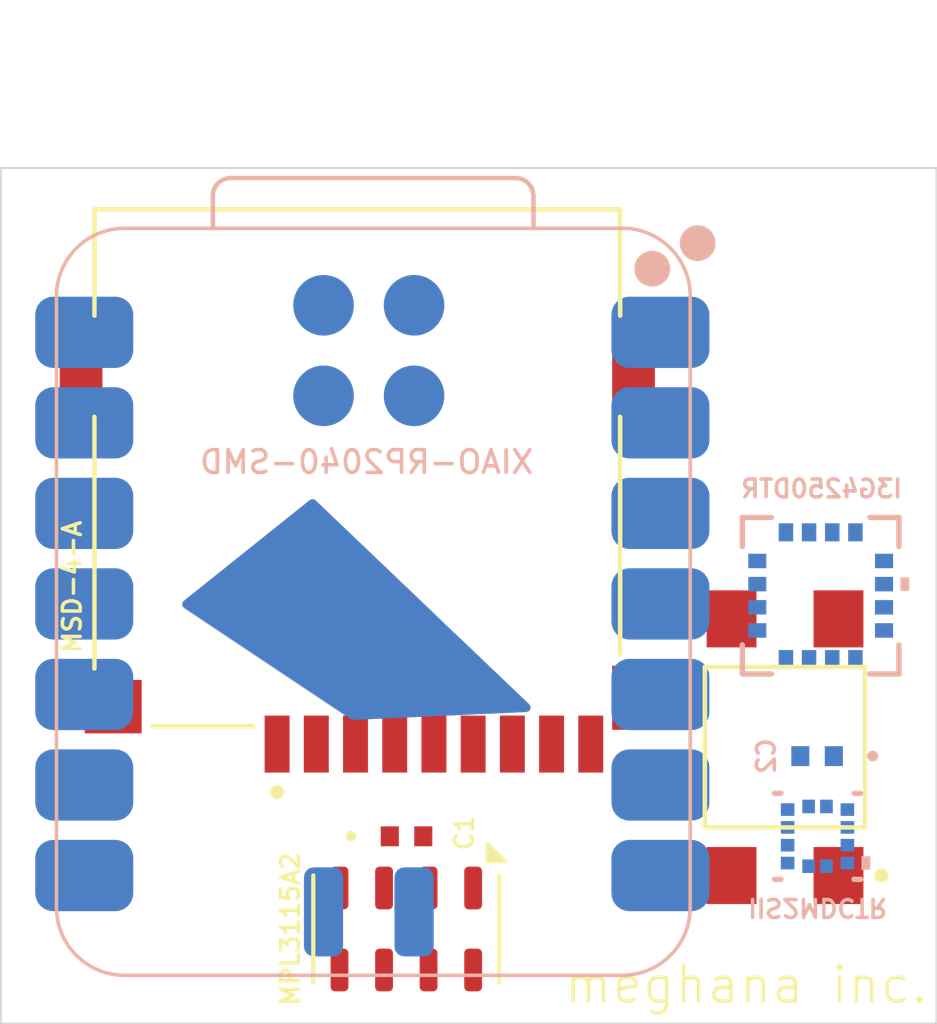
<source format=kicad_pcb>
(kicad_pcb (version 20241129) (generator "pcbnew") (generator_version "8.99")
  (title_block (title "Odyssey") (date "4/23/2025") (company "Hack Club") (comment 1 "apex.hackclub.com"))
  (layers (0 "F.Cu" signal) (2 "B.Cu" signal) (13 "F.Paste" user) (15 "B.Paste" user) (5 "F.SilkS" user "F.Silkscreen") (7 "B.SilkS" user "B.Silkscreen") (1 "F.Mask" user) (3 "B.Mask" user) (25 "Edge.Cuts" user))
  (net 0 "")
  (net 3 "3.3V XIAO")
  (net 4 "I3G4 INT2")
  (net 5 "XIAO SCL")
  (net 7 "I3G4 INT1")
  (net 8 "XIAO SDA")
  (net 9 "Net-(U2-C1)")
  (net 10 "IIS2 INT")
  (net 11 "MPL INT2")
  (net 12 "MPL INT1")
  (net 13 "Net-(U5-CAP)")
  (net 19 "MISO")
  (net 21 "MSD STAT")
  (net 23 "CLK")
  (net 24 "MOSI")
  (net 25 "GND")
  (net 33 "Net-(C3-Pad1)")
  (net 34 "Net-(U3-GND-Pad20)")
  (net 35 "Net-(U3-RST)")
  (footprint "footprints:CUI_MSD-4-A" (layer "F.Cu") (at 64.5 53.4125 180)
    (property "Reference" "J1" (hide yes))
    (property "Value" "MSD-4-A" (at 8 -3.3375 90) (layer "F.SilkS") (effects (font (size 0.5 0.5) (thickness 0.1) (bold yes))))
    (fp_line (start 7.375 4.27) (end 7.375 7.25) (stroke (width 0.127)) (layer "F.SilkS"))
    (fp_line (start 7.375 -5.63) (end 7.375 1.43) (stroke (width 0.127)) (layer "F.SilkS"))
    (fp_line (start 5.73 -7.25) (end 2.92 -7.25) (stroke (width 0.127)) (layer "F.SilkS"))
    (fp_line (start -7.375 7.25) (end 7.375 7.25) (stroke (width 0.127)) (layer "F.SilkS"))
    (fp_line (start -7.375 4.27) (end -7.375 7.25) (stroke (width 0.127)) (layer "F.SilkS"))
    (fp_line (start -7.375 -5.23) (end -7.375 1.43) (stroke (width 0.127)) (layer "F.SilkS"))
    (fp_circle (center 2.25 -9.1) (end 2.35 -9.1) (stroke (width 0.2)) (fill no) (layer "F.SilkS"))
    (pad "" np_thru_hole circle (at -4.95 3.25 180) (size 1 1) (drill 1) (layers "F&B.Cu" "*.Mask"))
    (pad "" np_thru_hole circle (at 3.05 3.25 180) (size 1 1) (drill 1) (layers "F&B.Cu" "*.Mask"))
    (pad "1" smd rect (at 2.25 -7.75 180) (size 0.7 1.6) (layers "F.Cu" "F.Mask" "F.Paste"))
    (pad "2" smd rect (at 1.15 -7.75 180) (size 0.7 1.6) (layers "F.Cu" "F.Mask" "F.Paste") (net 21 "MSD STAT"))
    (pad "3" smd rect (at 0.05 -7.75 180) (size 0.7 1.6) (layers "F.Cu" "F.Mask" "F.Paste") (net 24 "MOSI"))
    (pad "4" smd rect (at -1.05 -7.75 180) (size 0.7 1.6) (layers "F.Cu" "F.Mask" "F.Paste") (net 3 "3.3V XIAO"))
    (pad "5" smd rect (at -2.15 -7.75 180) (size 0.7 1.6) (layers "F.Cu" "F.Mask" "F.Paste") (net 23 "CLK"))
    (pad "6" smd rect (at -3.25 -7.75 180) (size 0.7 1.6) (layers "F.Cu" "F.Mask" "F.Paste") (net 25 "GND"))
    (pad "7" smd rect (at -4.35 -7.75 180) (size 0.7 1.6) (layers "F.Cu" "F.Mask" "F.Paste") (net 19 "MISO"))
    (pad "8" smd rect (at -5.45 -7.75 180) (size 0.7 1.6) (layers "F.Cu" "F.Mask" "F.Paste"))
    (pad "CD" smd rect (at -6.55 -7.75 180) (size 0.7 1.6) (layers "F.Cu" "F.Mask" "F.Paste"))
    (pad "G1" smd rect (at -7.75 -6.45 180) (size 1.2 1.8) (layers "F.Cu" "F.Mask" "F.Paste"))
    (pad "G2" smd rect (at 6.85 -6.7 180) (size 1.6 1.5) (layers "F.Cu" "F.Mask" "F.Paste"))
    (pad "G3" smd rect (at -7.75 2.85 180) (size 1.2 2.2) (layers "F.Cu" "F.Mask" "F.Paste"))
    (pad "G4" smd rect (at 7.75 2.85 180) (size 1.2 2.2) (layers "F.Cu" "F.Mask" "F.Paste"))
  )
  (footprint "footprints:SW_TL3305AF260QG" (layer "F.Cu") (at 76.5 61.25 180)
    (property "Reference" "U4" (hide yes))
    (property "Value" "TL3305AF260QG" (hide yes))
    (fp_line (start 2.25 2.25) (end 2.25 -2.25) (stroke (width 0.127)) (layer "F.SilkS"))
    (fp_line (start 2.25 2.25) (end -2.25 2.25) (stroke (width 0.127)) (layer "F.SilkS"))
    (fp_line (start -2.25 -2.25) (end 2.25 -2.25) (stroke (width 0.127)) (layer "F.SilkS"))
    (fp_line (start -2.25 -2.25) (end -2.25 2.25) (stroke (width 0.127)) (layer "F.SilkS"))
    (fp_circle (center -2.7 -3.6) (end -2.6 -3.6) (stroke (width 0.2)) (fill no) (layer "F.SilkS"))
    (pad "1" smd rect (at -1.5 -3.6 180) (size 1.4 1.6) (layers "F.Cu" "F.Mask" "F.Paste") (net 35 "Net-(U3-RST)"))
    (pad "2" smd rect (at -1.5 3.6 180) (size 1.4 1.6) (layers "F.Cu" "F.Mask" "F.Paste") (net 35 "Net-(U3-RST)"))
    (pad "3" smd rect (at 1.5 -3.6 180) (size 1.4 1.6) (layers "F.Cu" "F.Mask" "F.Paste") (net 34 "Net-(U3-GND-Pad20)"))
    (pad "4" smd rect (at 1.5 3.6 180) (size 1.4 1.6) (layers "F.Cu" "F.Mask" "F.Paste") (net 34 "Net-(U3-GND-Pad20)"))
  )
  (footprint "Package_LGA:NXP_LGA-8_3x5mm_P1.25mm_H1.1mm" (layer "F.Cu") (at 65.875 66.35 -90)
    (property "Reference" "U5" (hide yes))
    (property "Value" "MPL3115A2" (at 0 3.25 90) (layer "F.SilkS") (effects (font (size 0.5 0.5) (thickness 0.1) (bold yes))))
    (fp_line (start -1.5 2.61) (end 1.5 2.61) (stroke (width 0.12)) (layer "F.SilkS"))
    (fp_line (start -1.5 -2.61) (end 1.5 -2.61) (stroke (width 0.12)) (layer "F.SilkS"))
    (fp_poly (pts (xy -1.9 -2.28) (xy -2.38 -2.28) (xy -1.9 -2.76) (xy -1.9 -2.28)) (stroke (width 0.12)) (fill yes) (layer "F.SilkS"))
    (pad "1" smd roundrect (at -1.15 -1.875 270) (size 1.2 0.5) (layers "F.Cu" "F.Mask" "F.Paste") (net 3 "3.3V XIAO"))
    (pad "2" smd roundrect (at -1.15 -0.625 270) (size 1.2 0.5) (layers "F.Cu" "F.Mask" "F.Paste") (net 13 "Net-(U5-CAP)"))
    (pad "3" smd roundrect (at -1.15 0.625 270) (size 1.2 0.5) (layers "F.Cu" "F.Mask" "F.Paste") (net 25 "GND"))
    (pad "4" smd roundrect (at -1.15 1.875 270) (size 1.2 0.5) (layers "F.Cu" "F.Mask" "F.Paste") (net 3 "3.3V XIAO"))
    (pad "5" smd roundrect (at 1.15 1.875 270) (size 1.2 0.5) (layers "F.Cu" "F.Mask" "F.Paste") (net 11 "MPL INT2"))
    (pad "6" smd roundrect (at 1.15 0.625 270) (size 1.2 0.5) (layers "F.Cu" "F.Mask" "F.Paste") (net 12 "MPL INT1"))
    (pad "7" smd roundrect (at 1.15 -0.625 270) (size 1.2 0.5) (layers "F.Cu" "F.Mask" "F.Paste") (net 8 "XIAO SDA"))
    (pad "8" smd roundrect (at 1.15 -1.875 270) (size 1.2 0.5) (layers "F.Cu" "F.Mask" "F.Paste") (net 5 "XIAO SCL"))
  )
  (footprint "footprints:CAP_0402_N_WAL" (layer "F.Cu") (at 65.881 63.75)
    (property "Reference" "C1" (hide yes))
    (property "Value" "C1" (at 1.619 -0.1 90) (layer "F.SilkS") (effects (font (size 0.5 0.5) (thickness 0.1) (bold yes))))
    (fp_circle (center -1.5621 0) (end -1.4859 0) (stroke (width 0.1524)) (fill no) (layer "F.SilkS"))
    (pad "1" smd rect (at -0.4699 0) (size 0.508 0.5588) (layers "F.Cu" "F.Mask" "F.Paste") (net 25 "GND"))
    (pad "2" smd rect (at 0.4699 0) (size 0.508 0.5588) (layers "F.Cu" "F.Mask" "F.Paste") (net 13 "Net-(U5-CAP)"))
    (zone (net 0) (net_name "") (layer "F.Cu") (connect_pads (clearance 0)) (min_thickness 0.254)
      (keepout (tracks not_allowed) (vias not_allowed) (pads allowed) (copperpour not_allowed) (footprints allowed))
      (fill (thermal_gap 0.508) (thermal_bridge_width 0.508))
      (polygon (pts (xy 65.7159 63.5214) (xy 66.0461 63.5214) (xy 66.0461 63.9786) (xy 65.7159 63.9786)))
    )
  )
  (footprint "footprints:I3G4250DTR" (layer "B.Cu") (at 77.5 57)
    (property "Reference" "U1" (hide yes))
    (property "Value" "I3G4250DTR" (at 0.028 -3 0) (layer "B.SilkS") (effects (font (size 0.5 0.5) (thickness 0.1) (bold yes)) (justify mirror)))
    (fp_line (start -2.1971 -2.1971) (end -1.380585 -2.1971) (stroke (width 0.1524)) (layer "B.SilkS"))
    (fp_line (start -2.1971 -1.380585) (end -2.1971 -2.1971) (stroke (width 0.1524)) (layer "B.SilkS"))
    (fp_line (start -2.1971 2.1971) (end -2.1971 1.380585) (stroke (width 0.1524)) (layer "B.SilkS"))
    (fp_line (start -1.380585 2.1971) (end -2.1971 2.1971) (stroke (width 0.1524)) (layer "B.SilkS"))
    (fp_line (start 1.380585 -2.1971) (end 2.1971 -2.1971) (stroke (width 0.1524)) (layer "B.SilkS"))
    (fp_line (start 2.1971 -2.1971) (end 2.1971 -1.380585) (stroke (width 0.1524)) (layer "B.SilkS"))
    (fp_line (start 2.1971 1.380585) (end 2.1971 2.1971) (stroke (width 0.1524)) (layer "B.SilkS"))
    (fp_line (start 2.1971 2.1971) (end 1.380585 2.1971) (stroke (width 0.1524)) (layer "B.SilkS"))
    (fp_poly (pts (xy 2.4892 -0.134501) (xy 2.4892 -0.515501) (xy 2.2352 -0.515501) (xy 2.2352 -0.134501)) (fill yes) (layer "B.SilkS"))
    (pad "1" smd rect (at -1.778 0.974999 270) (size 0.4064 0.508) (layers "B.Cu" "B.Mask" "B.Paste") (net 3 "3.3V XIAO"))
    (pad "2" smd rect (at -1.778 0.325001 270) (size 0.4064 0.508) (layers "B.Cu" "B.Mask" "B.Paste") (net 5 "XIAO SCL"))
    (pad "3" smd rect (at -1.778 -0.325001 270) (size 0.4064 0.508) (layers "B.Cu" "B.Mask" "B.Paste") (net 8 "XIAO SDA"))
    (pad "4" smd rect (at -1.778 -0.974999 270) (size 0.4064 0.508) (layers "B.Cu" "B.Mask" "B.Paste"))
    (pad "5" smd rect (at -0.974999 -1.778) (size 0.4064 0.508) (layers "B.Cu" "B.Mask" "B.Paste"))
    (pad "6" smd rect (at -0.325001 -1.778) (size 0.4064 0.508) (layers "B.Cu" "B.Mask" "B.Paste") (net 4 "I3G4 INT2"))
    (pad "7" smd rect (at 0.325001 -1.778) (size 0.4064 0.508) (layers "B.Cu" "B.Mask" "B.Paste") (net 7 "I3G4 INT1"))
    (pad "8" smd rect (at 0.974999 -1.778) (size 0.4064 0.508) (layers "B.Cu" "B.Mask" "B.Paste") (net 25 "GND"))
    (pad "9" smd rect (at 1.778 -0.974999 270) (size 0.4064 0.508) (layers "B.Cu" "B.Mask" "B.Paste") (net 25 "GND"))
    (pad "10" smd rect (at 1.778 -0.325001 270) (size 0.4064 0.508) (layers "B.Cu" "B.Mask" "B.Paste") (net 25 "GND"))
    (pad "11" smd rect (at 1.778 0.325001 270) (size 0.4064 0.508) (layers "B.Cu" "B.Mask" "B.Paste") (net 25 "GND"))
    (pad "12" smd rect (at 1.778 0.974999 270) (size 0.4064 0.508) (layers "B.Cu" "B.Mask" "B.Paste") (net 25 "GND"))
    (pad "13" smd rect (at 0.974999 1.778) (size 0.4064 0.508) (layers "B.Cu" "B.Mask" "B.Paste") (net 25 "GND"))
    (pad "14" smd rect (at 0.325001 1.778) (size 0.4064 0.508) (layers "B.Cu" "B.Mask" "B.Paste"))
    (pad "15" smd rect (at -0.325001 1.778) (size 0.4064 0.508) (layers "B.Cu" "B.Mask" "B.Paste") (net 3 "3.3V XIAO"))
    (pad "16" smd rect (at -0.974999 1.778) (size 0.4064 0.508) (layers "B.Cu" "B.Mask" "B.Paste") (net 3 "3.3V XIAO"))
  )
  (footprint "footprints:XIAO-RP2040-SMD" (layer "B.Cu") (at 65.0045 57.23025 180)
    (property "Reference" "U3" (hide yes))
    (property "Value" "XIAO-RP2040-SMD" (at 0.2455 3.98025 0) (layer "B.SilkS") (effects (font (size 0.635 0.635) (thickness 0.1016)) (justify mirror)))
    (fp_line (start 8.945 -8.513) (end 8.945 8.632) (stroke (width 0.1)) (layer "B.SilkS"))
    (fp_line (start 7.04 10.537) (end -6.93 10.537) (stroke (width 0.1)) (layer "B.SilkS"))
    (fp_line (start 4.559 11.447) (end 4.559 10.537) (stroke (width 0.127)) (layer "B.SilkS"))
    (fp_line (start -3.936272 11.947) (end 4.059 11.947) (stroke (width 0.127)) (layer "B.SilkS"))
    (fp_line (start -4.44 10.537) (end -4.436272 11.447272) (stroke (width 0.127)) (layer "B.SilkS"))
    (fp_line (start -6.93 -10.418) (end 7.04 -10.418) (stroke (width 0.1)) (layer "B.SilkS"))
    (fp_line (start -8.835 -8.513) (end -8.835 8.632) (stroke (width 0.1)) (layer "B.SilkS"))
    (fp_arc (start 8.945 8.632) (mid 8.387038 9.979038) (end 7.04 10.537) (stroke (width 0.1)) (layer "B.SilkS"))
    (fp_arc (start 7.04 -10.418) (mid 8.387038 -9.860038) (end 8.945 -8.513) (stroke (width 0.1)) (layer "B.SilkS"))
    (fp_arc (start 4.559 11.447) (mid 4.412553 11.800553) (end 4.059 11.947) (stroke (width 0.127)) (layer "B.SilkS"))
    (fp_arc (start -3.936272 11.947) (mid -4.289724 11.800644) (end -4.436272 11.447272) (stroke (width 0.127)) (layer "B.SilkS"))
    (fp_arc (start -6.93 10.541) (mid -8.277038 9.983038) (end -8.835 8.636) (stroke (width 0.1)) (layer "B.SilkS"))
    (fp_arc (start -8.835 -8.513) (mid -8.277038 -9.860038) (end -6.93 -10.418) (stroke (width 0.1)) (layer "B.SilkS"))
    (fp_circle (center -7.771 9.404) (end -7.771 9.658) (stroke (width 0.5)) (fill yes) (layer "B.SilkS"))
    (fp_circle (center -9.045 10.121) (end -9.045 10.375) (stroke (width 0.5)) (fill yes) (layer "B.SilkS"))
    (pad "1" smd roundrect (at -8 7.62 180) (size 2.75 2) (layers "B.Cu" "B.Mask" "B.Paste") (net 7 "I3G4 INT1"))
    (pad "2" smd roundrect (at -8 5.08 180) (size 2.75 2) (layers "B.Cu" "B.Mask" "B.Paste") (net 4 "I3G4 INT2"))
    (pad "3" smd roundrect (at -8 2.54 180) (size 2.75 2) (layers "B.Cu" "B.Mask" "B.Paste") (net 10 "IIS2 INT"))
    (pad "4" smd roundrect (at -8 0 180) (size 2.75 2) (layers "B.Cu" "B.Mask" "B.Paste") (net 21 "MSD STAT"))
    (pad "5" smd roundrect (at -8 -2.54 180) (size 2.75 2) (layers "B.Cu" "B.Mask" "B.Paste") (net 8 "XIAO SDA"))
    (pad "6" smd roundrect (at -8 -5.08 180) (size 2.75 2) (layers "B.Cu" "B.Mask" "B.Paste") (net 5 "XIAO SCL"))
    (pad "7" smd roundrect (at -8 -7.62 180) (size 2.75 2) (layers "B.Cu" "B.Mask" "B.Paste") (net 12 "MPL INT1"))
    (pad "8" smd roundrect (at 8.165 -7.62 180) (size 2.75 2) (layers "B.Cu" "B.Mask" "B.Paste") (net 11 "MPL INT2"))
    (pad "9" smd roundrect (at 8.165 -5.08 180) (size 2.75 2) (layers "B.Cu" "B.Mask" "B.Paste") (net 23 "CLK"))
    (pad "10" smd roundrect (at 8.165 -2.54 180) (size 2.75 2) (layers "B.Cu" "B.Mask" "B.Paste") (net 19 "MISO"))
    (pad "11" smd roundrect (at 8.165 0 180) (size 2.75 2) (layers "B.Cu" "B.Mask" "B.Paste") (net 24 "MOSI"))
    (pad "12" smd roundrect (at 8.165 2.54 180) (size 2.75 2) (layers "B.Cu" "B.Mask" "B.Paste") (net 3 "3.3V XIAO"))
    (pad "13" smd roundrect (at 8.165 5.08 180) (size 2.75 2) (layers "B.Cu" "B.Mask" "B.Paste") (net 25 "GND"))
    (pad "14" smd roundrect (at 8.165 7.62 180) (size 2.75 2) (layers "B.Cu" "B.Mask" "B.Paste"))
    (pad "15" smd roundrect (at -1.088 -8.64 270) (size 2.5 1.1) (layers "B.Cu" "B.Mask" "B.Paste"))
    (pad "16" smd roundrect (at 1.452 -8.64 270) (size 2.5 1.1) (layers "B.Cu" "B.Mask" "B.Paste"))
    (pad "17" smd circle (at -1.088 8.378 180) (size 1.7 1.7) (layers "B.Cu" "B.Mask" "B.Paste"))
    (pad "18" smd circle (at 1.452 8.378 180) (size 1.7 1.7) (layers "B.Cu" "B.Mask" "B.Paste"))
    (pad "19" smd circle (at -1.088 5.838 180) (size 1.7 1.7) (layers "B.Cu" "B.Mask" "B.Paste") (net 35 "Net-(U3-RST)"))
    (pad "20" smd circle (at 1.452 5.838 180) (size 1.7 1.7) (layers "B.Cu" "B.Mask" "B.Paste") (net 34 "Net-(U3-GND-Pad20)"))
  )
  (footprint "footprints:CAP_0402_N_WAL" (layer "B.Cu") (at 77.4 61.5 180)
    (property "Reference" "C3" (hide yes))
    (property "Value" "C2" (at 1.427524 0 90) (layer "B.SilkS") (effects (font (size 0.5 0.5) (thickness 0.1) (bold yes)) (justify mirror)))
    (fp_circle (center -1.5621 0) (end -1.4859 0) (stroke (width 0.1524)) (fill no) (layer "B.SilkS"))
    (pad "1" smd rect (at -0.4699 0 180) (size 0.508 0.5588) (layers "B.Cu" "B.Mask" "B.Paste") (net 33 "Net-(C3-Pad1)"))
    (pad "2" smd rect (at 0.4699 0 180) (size 0.508 0.5588) (layers "B.Cu" "B.Mask" "B.Paste") (net 9 "Net-(U2-C1)"))
    (zone (net 0) (net_name "") (layer "B.Cu") (connect_pads (clearance 0)) (min_thickness 0.254)
      (keepout (tracks not_allowed) (vias not_allowed) (pads allowed) (copperpour not_allowed) (footprints allowed))
      (fill (thermal_gap 0.508) (thermal_bridge_width 0.508))
      (polygon (pts (xy 77.5651 61.2714) (xy 77.2349 61.2714) (xy 77.2349 61.7286) (xy 77.5651 61.7286)))
    )
  )
  (footprint "footprints:IIS2MDCTR" (layer "B.Cu") (at 77.4118 63.75)
    (property "Reference" "U2" (hide yes))
    (property "Value" "IIS2MDCTR" (at 0 2 180) (layer "B.SilkS") (effects (font (size 0.5 0.5) (thickness 0.1) (bold yes)) (justify mirror)))
    (fp_line (start -1.2065 -1.2065) (end -1.024229 -1.2065) (stroke (width 0.1524)) (layer "B.SilkS"))
    (fp_line (start -1.024229 1.2065) (end -1.2065 1.2065) (stroke (width 0.1524)) (layer "B.SilkS"))
    (fp_line (start 1.024229 -1.2065) (end 1.2065 -1.2065) (stroke (width 0.1524)) (layer "B.SilkS"))
    (fp_line (start 1.2065 1.2065) (end 1.024229 1.2065) (stroke (width 0.1524)) (layer "B.SilkS"))
    (fp_poly (pts (xy 1.4859 0.940501) (xy 1.4859 0.559501) (xy 1.2319 0.559501) (xy 1.2319 0.940501)) (fill yes) (layer "B.SilkS"))
    (pad "1" smd rect (at -0.8382 0.750001 270) (size 0.3556 0.381) (layers "B.Cu" "B.Mask" "B.Paste") (net 5 "XIAO SCL"))
    (pad "2" smd rect (at -0.8382 0.25 270) (size 0.3556 0.381) (layers "B.Cu" "B.Mask" "B.Paste"))
    (pad "3" smd rect (at -0.8382 -0.25 270) (size 0.3556 0.381) (layers "B.Cu" "B.Mask" "B.Paste"))
    (pad "4" smd rect (at -0.8382 -0.750001 270) (size 0.3556 0.381) (layers "B.Cu" "B.Mask" "B.Paste") (net 8 "XIAO SDA"))
    (pad "5" smd rect (at -0.25 -0.8382) (size 0.3556 0.381) (layers "B.Cu" "B.Mask" "B.Paste") (net 9 "Net-(U2-C1)"))
    (pad "6" smd rect (at 0.25 -0.8382) (size 0.3556 0.381) (layers "B.Cu" "B.Mask" "B.Paste") (net 33 "Net-(C3-Pad1)"))
    (pad "7" smd rect (at 0.8382 -0.750001 270) (size 0.3556 0.381) (layers "B.Cu" "B.Mask" "B.Paste") (net 10 "IIS2 INT"))
    (pad "8" smd rect (at 0.8382 -0.25 270) (size 0.3556 0.381) (layers "B.Cu" "B.Mask" "B.Paste") (net 25 "GND"))
    (pad "9" smd rect (at 0.8382 0.25 270) (size 0.3556 0.381) (layers "B.Cu" "B.Mask" "B.Paste") (net 3 "3.3V XIAO"))
    (pad "10" smd rect (at 0.8382 0.750001 270) (size 0.3556 0.381) (layers "B.Cu" "B.Mask" "B.Paste") (net 3 "3.3V XIAO"))
    (pad "11" smd rect (at 0.25 0.8382) (size 0.3556 0.381) (layers "B.Cu" "B.Mask" "B.Paste"))
    (pad "12" smd rect (at -0.25 0.8382) (size 0.3556 0.381) (layers "B.Cu" "B.Mask" "B.Paste"))
  )
  (gr_rect (start 54.5 45) (end 80.75 69) (stroke (width 0.05)) (fill no) (layer "Edge.Cuts"))
  (gr_text "meghana inc." (at 70.25 68.5 0) (layer "F.SilkS") (effects (font (size 1 1) (thickness 0.1)) (justify left bottom)))
  (segment (start 56.8395 52.15025) (end 57.65025 52.15025) (width 0.2) (layer "B.Cu") (net 25))
  (segment (start 56.8395 52.15025) (end 56.8395 52.3395) (width 0.2) (layer "B.Cu") (net 25))
  (zone (net 25) (net_name "GND") (layers "F&B.Cu") (connect_pads (clearance 0.5)) (min_thickness 0.25) (fill yes (thermal_gap 0.5) (thermal_bridge_width 0.5))
    (polygon (pts (xy 59.5 57.25) (xy 64.351056 60.484037) (xy 69.534085 60.248445) (xy 63.25 54.25)))
  )
)
</source>
